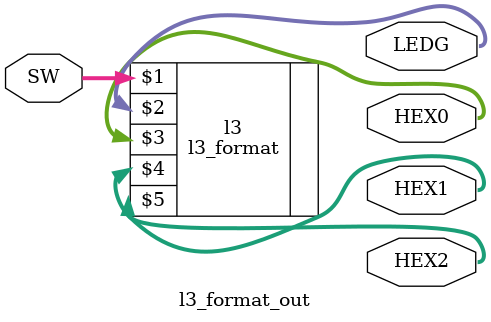
<source format=v>
module l3_format_out(
	input [9:0] SW,
	//input [7:0] LEDG,
	
	output [7:0] LEDG,
	output [6:0] HEX0,
	output [6:0] HEX1,
	output [6:0] HEX2

);

l3_format l3(SW[9:0], LEDG[7:0],HEX0[6:0], HEX1[6:0], HEX2[6:0]);

endmodule
</source>
